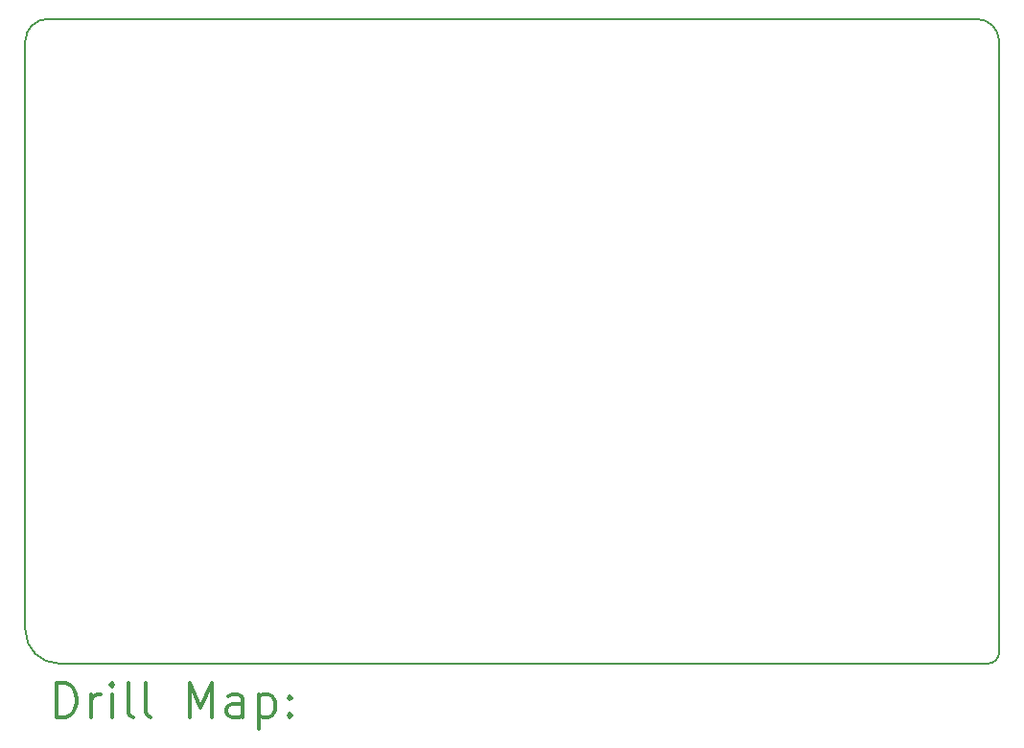
<source format=gbr>
%FSLAX45Y45*%
G04 Gerber Fmt 4.5, Leading zero omitted, Abs format (unit mm)*
G04 Created by KiCad (PCBNEW (5.0.1-3-g963ef8bb5)) date Friday, 07 December 2018 at 14:13:52*
%MOMM*%
%LPD*%
G01*
G04 APERTURE LIST*
%ADD10C,0.150000*%
%ADD11C,0.200000*%
%ADD12C,0.300000*%
G04 APERTURE END LIST*
D10*
X11924500Y-12519900D02*
G75*
G03X12224500Y-12819900I300000J0D01*
G01*
X20424500Y-12819900D02*
G75*
G03X20524500Y-12719900I0J100000D01*
G01*
X20424500Y-12819900D02*
X12224500Y-12819900D01*
X20524500Y-7319900D02*
X20524500Y-12719900D01*
X20324500Y-7119900D02*
X12124500Y-7119900D01*
X20524500Y-7319900D02*
G75*
G03X20324500Y-7119900I-200000J0D01*
G01*
X11924500Y-12519900D02*
X11924500Y-7319900D01*
X12124500Y-7119900D02*
G75*
G03X11924500Y-7319900I0J-200000D01*
G01*
D11*
D12*
X12203428Y-13293114D02*
X12203428Y-12993114D01*
X12274857Y-12993114D01*
X12317714Y-13007400D01*
X12346286Y-13035971D01*
X12360571Y-13064543D01*
X12374857Y-13121686D01*
X12374857Y-13164543D01*
X12360571Y-13221686D01*
X12346286Y-13250257D01*
X12317714Y-13278829D01*
X12274857Y-13293114D01*
X12203428Y-13293114D01*
X12503428Y-13293114D02*
X12503428Y-13093114D01*
X12503428Y-13150257D02*
X12517714Y-13121686D01*
X12532000Y-13107400D01*
X12560571Y-13093114D01*
X12589143Y-13093114D01*
X12689143Y-13293114D02*
X12689143Y-13093114D01*
X12689143Y-12993114D02*
X12674857Y-13007400D01*
X12689143Y-13021686D01*
X12703428Y-13007400D01*
X12689143Y-12993114D01*
X12689143Y-13021686D01*
X12874857Y-13293114D02*
X12846286Y-13278829D01*
X12832000Y-13250257D01*
X12832000Y-12993114D01*
X13032000Y-13293114D02*
X13003428Y-13278829D01*
X12989143Y-13250257D01*
X12989143Y-12993114D01*
X13374857Y-13293114D02*
X13374857Y-12993114D01*
X13474857Y-13207400D01*
X13574857Y-12993114D01*
X13574857Y-13293114D01*
X13846286Y-13293114D02*
X13846286Y-13135971D01*
X13832000Y-13107400D01*
X13803428Y-13093114D01*
X13746286Y-13093114D01*
X13717714Y-13107400D01*
X13846286Y-13278829D02*
X13817714Y-13293114D01*
X13746286Y-13293114D01*
X13717714Y-13278829D01*
X13703428Y-13250257D01*
X13703428Y-13221686D01*
X13717714Y-13193114D01*
X13746286Y-13178829D01*
X13817714Y-13178829D01*
X13846286Y-13164543D01*
X13989143Y-13093114D02*
X13989143Y-13393114D01*
X13989143Y-13107400D02*
X14017714Y-13093114D01*
X14074857Y-13093114D01*
X14103428Y-13107400D01*
X14117714Y-13121686D01*
X14132000Y-13150257D01*
X14132000Y-13235971D01*
X14117714Y-13264543D01*
X14103428Y-13278829D01*
X14074857Y-13293114D01*
X14017714Y-13293114D01*
X13989143Y-13278829D01*
X14260571Y-13264543D02*
X14274857Y-13278829D01*
X14260571Y-13293114D01*
X14246286Y-13278829D01*
X14260571Y-13264543D01*
X14260571Y-13293114D01*
X14260571Y-13107400D02*
X14274857Y-13121686D01*
X14260571Y-13135971D01*
X14246286Y-13121686D01*
X14260571Y-13107400D01*
X14260571Y-13135971D01*
M02*

</source>
